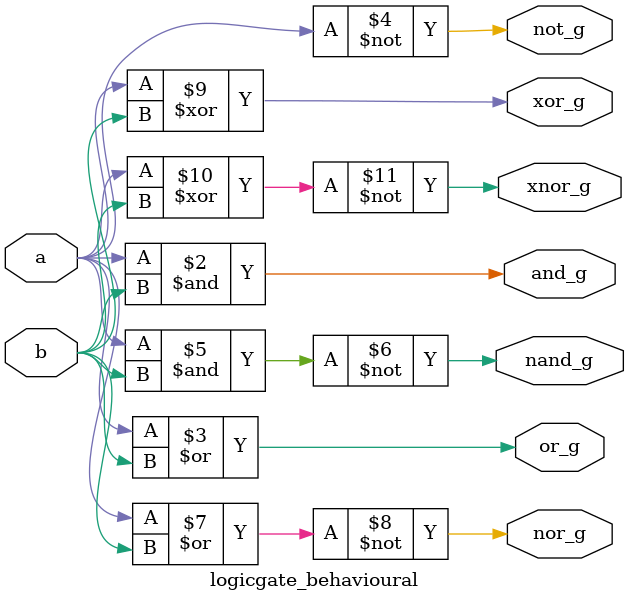
<source format=v>
`timescale 1ns / 1ps


module logicgate_behavioural(
    input a, b,
    output reg and_g,
    output reg or_g,
    output reg not_g,
    output reg nand_g,
    output reg nor_g,
    output reg xor_g,
    output reg xnor_g
    );
    always@(*)
        begin
            and_g = a&b;
            or_g = a|b;
            not_g = ~a;
            nand_g = ~(a&b);
            nor_g = ~(a|b);
            xor_g = a^b;
            xnor_g = ~(a^b);
        end
    
endmodule

    
   
    
</source>
